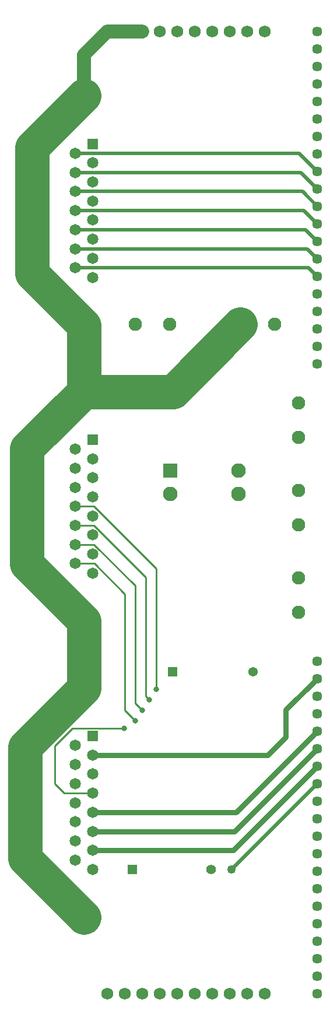
<source format=gbr>
%TF.GenerationSoftware,KiCad,Pcbnew,8.0.8*%
%TF.CreationDate,2025-02-03T20:53:04-05:00*%
%TF.ProjectId,IO Module V2.0,494f204d-6f64-4756-9c65-2056322e302e,rev?*%
%TF.SameCoordinates,Original*%
%TF.FileFunction,Copper,L2,Bot*%
%TF.FilePolarity,Positive*%
%FSLAX46Y46*%
G04 Gerber Fmt 4.6, Leading zero omitted, Abs format (unit mm)*
G04 Created by KiCad (PCBNEW 8.0.8) date 2025-02-03 20:53:04*
%MOMM*%
%LPD*%
G01*
G04 APERTURE LIST*
%TA.AperFunction,ComponentPad*%
%ADD10R,2.108200X2.108200*%
%TD*%
%TA.AperFunction,ComponentPad*%
%ADD11C,2.108200*%
%TD*%
%TA.AperFunction,ComponentPad*%
%ADD12C,1.950000*%
%TD*%
%TA.AperFunction,ComponentPad*%
%ADD13R,1.650000X1.650000*%
%TD*%
%TA.AperFunction,ComponentPad*%
%ADD14C,1.650000*%
%TD*%
%TA.AperFunction,ComponentPad*%
%ADD15C,4.216000*%
%TD*%
%TA.AperFunction,ComponentPad*%
%ADD16R,1.397000X1.397000*%
%TD*%
%TA.AperFunction,ComponentPad*%
%ADD17C,1.397000*%
%TD*%
%TA.AperFunction,ComponentPad*%
%ADD18C,1.750000*%
%TD*%
%TA.AperFunction,ComponentPad*%
%ADD19C,1.447800*%
%TD*%
%TA.AperFunction,ComponentPad*%
%ADD20R,1.371600X1.371600*%
%TD*%
%TA.AperFunction,ComponentPad*%
%ADD21C,1.371600*%
%TD*%
%TA.AperFunction,ViaPad*%
%ADD22C,0.800000*%
%TD*%
%TA.AperFunction,ViaPad*%
%ADD23C,1.250000*%
%TD*%
%TA.AperFunction,Conductor*%
%ADD24C,0.500000*%
%TD*%
%TA.AperFunction,Conductor*%
%ADD25C,0.250000*%
%TD*%
%TA.AperFunction,Conductor*%
%ADD26C,0.750000*%
%TD*%
%TA.AperFunction,Conductor*%
%ADD27C,5.000000*%
%TD*%
%TA.AperFunction,Conductor*%
%ADD28C,2.000000*%
%TD*%
G04 APERTURE END LIST*
D10*
%TO.P,F1,1,1*%
%TO.N,Net-(F1-Pad1)*%
X108200000Y-84100000D03*
D11*
%TO.P,F1,2,2*%
X108200000Y-87503600D03*
%TO.P,F1,3,3*%
%TO.N,Net-(F1-Pad3)*%
X118106000Y-87503600D03*
%TO.P,F1,4,4*%
X118106000Y-84100000D03*
%TD*%
D12*
%TO.P,J8,1*%
%TO.N,Net-(J1-Pad1)*%
X118400000Y-62850000D03*
%TO.P,J8,2*%
X123400000Y-62850000D03*
%TD*%
%TO.P,J10,1*%
%TO.N,Net-(F1-Pad3)*%
X126800000Y-86940000D03*
%TO.P,J10,2*%
X126800000Y-91940000D03*
%TD*%
D13*
%TO.P,J4,01,01*%
%TO.N,Net-(J4-Pad01)*%
X96930000Y-122615000D03*
D14*
%TO.P,J4,02,02*%
%TO.N,unconnected-(J4-Pad02)*%
X96930000Y-125385000D03*
%TO.P,J4,03,03*%
%TO.N,unconnected-(J4-Pad03)*%
X96930000Y-128155000D03*
%TO.P,J4,04,04*%
%TO.N,Net-(J4-Pad04)*%
X96930000Y-130925000D03*
%TO.P,J4,05,05*%
%TO.N,Net-(J4-Pad05)*%
X96930000Y-133695000D03*
%TO.P,J4,06,06*%
%TO.N,Net-(J4-Pad06)*%
X96930000Y-136465000D03*
%TO.P,J4,07,07*%
%TO.N,Net-(J4-Pad07)*%
X96930000Y-139235000D03*
%TO.P,J4,08,08*%
%TO.N,Net-(J4-Pad08)*%
X96930000Y-142005000D03*
%TO.P,J4,09,09*%
%TO.N,Net-(J4-Pad09)*%
X94390000Y-124000000D03*
%TO.P,J4,10,10*%
%TO.N,Net-(J4-Pad10)*%
X94390000Y-126770000D03*
%TO.P,J4,11,11*%
%TO.N,Net-(J4-Pad11)*%
X94390000Y-129540000D03*
%TO.P,J4,12,12*%
%TO.N,Net-(J4-Pad12)*%
X94390000Y-132310000D03*
%TO.P,J4,13,13*%
%TO.N,Net-(J4-Pad13)*%
X94390000Y-135080000D03*
%TO.P,J4,14,14*%
%TO.N,Net-(J4-Pad14)*%
X94390000Y-137850000D03*
%TO.P,J4,15,15*%
%TO.N,Net-(J4-Pad15)*%
X94390000Y-140620000D03*
D15*
%TO.P,J4,S1,SHIELD*%
%TO.N,Net-(J1-Pad1)*%
X95660000Y-115650000D03*
%TO.P,J4,S2,SHIELD*%
X95660000Y-148970000D03*
%TD*%
D16*
%TO.P,R23,1*%
%TO.N,Net-(J4-Pad08)*%
X102700000Y-142000000D03*
D17*
%TO.P,R23,2*%
%TO.N,Net-(J6-Pad8)*%
X114130000Y-142000000D03*
%TD*%
D18*
%TO.P,REF\u002A\u002A,1*%
%TO.N,N/C*%
X99060000Y-160020000D03*
%TO.P,REF\u002A\u002A,2*%
X101600000Y-160020000D03*
%TO.P,REF\u002A\u002A,3*%
X104140000Y-160020000D03*
%TO.P,REF\u002A\u002A,4*%
X106680000Y-160020000D03*
%TO.P,REF\u002A\u002A,5*%
X109220000Y-160020000D03*
%TO.P,REF\u002A\u002A,6*%
X111760000Y-160020000D03*
%TO.P,REF\u002A\u002A,7*%
X114300000Y-160020000D03*
%TO.P,REF\u002A\u002A,8*%
X116840000Y-160020000D03*
%TO.P,REF\u002A\u002A,9*%
X119380000Y-160020000D03*
%TO.P,REF\u002A\u002A,10*%
X121920000Y-160020000D03*
%TD*%
D12*
%TO.P,J11,1*%
%TO.N,Net-(F1-Pad1)*%
X126800000Y-99700000D03*
%TO.P,J11,2*%
X126800000Y-104700000D03*
%TD*%
D19*
%TO.P,J5,1,1*%
%TO.N,Net-(J2-Pad01)*%
X129540000Y-20340500D03*
%TO.P,J5,2,2*%
%TO.N,Net-(J2-Pad02)*%
X129540000Y-22880500D03*
%TO.P,J5,3,3*%
%TO.N,Net-(J2-Pad03)*%
X129540000Y-25420500D03*
%TO.P,J5,4,4*%
%TO.N,Net-(J2-Pad04)*%
X129540000Y-27960500D03*
%TO.P,J5,5,5*%
%TO.N,unconnected-(J5-Pad5)*%
X129540000Y-30500500D03*
%TO.P,J5,6,6*%
%TO.N,Net-(J2-Pad06)*%
X129540000Y-33040500D03*
%TO.P,J5,7,7*%
%TO.N,Net-(J2-Pad07)*%
X129540000Y-35580500D03*
%TO.P,J5,8,8*%
%TO.N,Net-(J2-Pad08)*%
X129540000Y-38120500D03*
%TO.P,J5,9,9*%
%TO.N,Net-(J2-Pad09)*%
X129540000Y-40660500D03*
%TO.P,J5,10,10*%
%TO.N,Net-(J2-Pad10)*%
X129540000Y-43200500D03*
%TO.P,J5,11,11*%
%TO.N,Net-(J2-Pad11)*%
X129540000Y-45740500D03*
%TO.P,J5,12,12*%
%TO.N,Net-(J2-Pad12)*%
X129540000Y-48280500D03*
%TO.P,J5,13,13*%
%TO.N,Net-(J2-Pad13)*%
X129540000Y-50820500D03*
%TO.P,J5,14,14*%
%TO.N,Net-(J2-Pad14)*%
X129540000Y-53360500D03*
%TO.P,J5,15,15*%
%TO.N,Net-(J2-Pad15)*%
X129540000Y-55900500D03*
%TO.P,J5,16,16*%
%TO.N,unconnected-(J5-Pad16)*%
X129540000Y-58440500D03*
%TO.P,J5,17,17*%
%TO.N,unconnected-(J5-Pad17)*%
X129540000Y-60980500D03*
%TO.P,J5,18,18*%
%TO.N,unconnected-(J5-Pad18)*%
X129540000Y-63520500D03*
%TO.P,J5,19,19*%
%TO.N,unconnected-(J5-Pad19)*%
X129540000Y-66060500D03*
%TO.P,J5,20,20*%
%TO.N,unconnected-(J5-Pad20)*%
X129540000Y-68600500D03*
%TD*%
%TO.P,J6,1,1*%
%TO.N,unconnected-(J6-Pad1)*%
X129540000Y-111760000D03*
%TO.P,J6,2,2*%
%TO.N,unconnected-(J4-Pad02)*%
X129540000Y-114300000D03*
%TO.P,J6,3,3*%
%TO.N,unconnected-(J6-Pad3)*%
X129540000Y-116840000D03*
%TO.P,J6,4,4*%
%TO.N,Net-(J6-Pad4)*%
X129540000Y-119380000D03*
%TO.P,J6,5,5*%
%TO.N,Net-(J4-Pad05)*%
X129540000Y-121920000D03*
%TO.P,J6,6,6*%
%TO.N,Net-(J4-Pad06)*%
X129540000Y-124460000D03*
%TO.P,J6,7,7*%
%TO.N,Net-(J4-Pad07)*%
X129540000Y-127000000D03*
%TO.P,J6,8,8*%
%TO.N,Net-(J6-Pad8)*%
X129540000Y-129540000D03*
%TO.P,J6,9,9*%
%TO.N,Net-(J3-Pad12)*%
X129540000Y-132080000D03*
%TO.P,J6,10,10*%
%TO.N,Net-(J3-Pad13)*%
X129540000Y-134620000D03*
%TO.P,J6,11,11*%
%TO.N,Net-(J3-Pad14)*%
X129540000Y-137160000D03*
%TO.P,J6,12,12*%
%TO.N,Net-(J3-Pad15)*%
X129540000Y-139700000D03*
%TO.P,J6,13,13*%
%TO.N,unconnected-(J6-Pad13)*%
X129540000Y-142240000D03*
%TO.P,J6,14,14*%
%TO.N,unconnected-(J6-Pad14)*%
X129540000Y-144780000D03*
%TO.P,J6,15,15*%
%TO.N,unconnected-(J6-Pad15)*%
X129540000Y-147320000D03*
%TO.P,J6,16,16*%
%TO.N,unconnected-(J6-Pad16)*%
X129540000Y-149860000D03*
%TO.P,J6,17,17*%
%TO.N,unconnected-(J6-Pad17)*%
X129540000Y-152400000D03*
%TO.P,J6,18,18*%
%TO.N,unconnected-(J6-Pad18)*%
X129540000Y-154940000D03*
%TO.P,J6,19,19*%
%TO.N,unconnected-(J6-Pad19)*%
X129540000Y-157480000D03*
%TO.P,J6,20,20*%
%TO.N,unconnected-(J6-Pad20)*%
X129540000Y-160020000D03*
%TD*%
D13*
%TO.P,J2,01,01*%
%TO.N,Net-(J2-Pad01)*%
X96930000Y-36640750D03*
D14*
%TO.P,J2,02,02*%
%TO.N,Net-(J2-Pad02)*%
X96930000Y-39410750D03*
%TO.P,J2,03,03*%
%TO.N,Net-(J2-Pad03)*%
X96930000Y-42180750D03*
%TO.P,J2,04,04*%
%TO.N,Net-(J2-Pad04)*%
X96930000Y-44950750D03*
%TO.P,J2,05,05*%
%TO.N,unconnected-(J2-Pad05)*%
X96930000Y-47720750D03*
%TO.P,J2,06,06*%
%TO.N,Net-(J2-Pad06)*%
X96930000Y-50490750D03*
%TO.P,J2,07,07*%
%TO.N,Net-(J2-Pad07)*%
X96930000Y-53260750D03*
%TO.P,J2,08,08*%
%TO.N,Net-(J2-Pad08)*%
X96930000Y-56030750D03*
%TO.P,J2,09,09*%
%TO.N,Net-(J2-Pad09)*%
X94390000Y-38025750D03*
%TO.P,J2,10,10*%
%TO.N,Net-(J2-Pad10)*%
X94390000Y-40795750D03*
%TO.P,J2,11,11*%
%TO.N,Net-(J2-Pad11)*%
X94390000Y-43565750D03*
%TO.P,J2,12,12*%
%TO.N,Net-(J2-Pad12)*%
X94390000Y-46335750D03*
%TO.P,J2,13,13*%
%TO.N,Net-(J2-Pad13)*%
X94390000Y-49105750D03*
%TO.P,J2,14,14*%
%TO.N,Net-(J2-Pad14)*%
X94390000Y-51875750D03*
%TO.P,J2,15,15*%
%TO.N,Net-(J2-Pad15)*%
X94390000Y-54645750D03*
D15*
%TO.P,J2,S1,SHIELD*%
%TO.N,Net-(J1-Pad1)*%
X95660000Y-29675750D03*
%TO.P,J2,S2,SHIELD*%
X95660000Y-62995750D03*
%TD*%
D13*
%TO.P,J3,01,01*%
%TO.N,unconnected-(J3-Pad01)*%
X96930000Y-79580750D03*
D14*
%TO.P,J3,02,02*%
%TO.N,unconnected-(J3-Pad02)*%
X96930000Y-82350750D03*
%TO.P,J3,03,03*%
%TO.N,unconnected-(J3-Pad03)*%
X96930000Y-85120750D03*
%TO.P,J3,04,04*%
%TO.N,unconnected-(J3-Pad04)*%
X96930000Y-87890750D03*
%TO.P,J3,05,05*%
%TO.N,unconnected-(J3-Pad05)*%
X96930000Y-90660750D03*
%TO.P,J3,06,06*%
%TO.N,unconnected-(J3-Pad06)*%
X96930000Y-93430750D03*
%TO.P,J3,07,07*%
%TO.N,unconnected-(J3-Pad07)*%
X96930000Y-96200750D03*
%TO.P,J3,08,08*%
%TO.N,unconnected-(J3-Pad08)*%
X96930000Y-98970750D03*
%TO.P,J3,09,09*%
%TO.N,unconnected-(J3-Pad09)*%
X94390000Y-80965750D03*
%TO.P,J3,10,10*%
%TO.N,unconnected-(J3-Pad10)*%
X94390000Y-83735750D03*
%TO.P,J3,11,11*%
%TO.N,unconnected-(J3-Pad11)*%
X94390000Y-86505750D03*
%TO.P,J3,12,12*%
%TO.N,Net-(J3-Pad12)*%
X94390000Y-89275750D03*
%TO.P,J3,13,13*%
%TO.N,Net-(J3-Pad13)*%
X94390000Y-92045750D03*
%TO.P,J3,14,14*%
%TO.N,Net-(J3-Pad14)*%
X94390000Y-94815750D03*
%TO.P,J3,15,15*%
%TO.N,Net-(J3-Pad15)*%
X94390000Y-97585750D03*
D15*
%TO.P,J3,S1,SHIELD*%
%TO.N,Net-(J1-Pad1)*%
X95660000Y-72615750D03*
%TO.P,J3,S2,SHIELD*%
X95660000Y-105935750D03*
%TD*%
D12*
%TO.P,J7,1*%
%TO.N,Net-(F1-Pad1)*%
X103100000Y-62850000D03*
%TO.P,J7,2*%
X108100000Y-62850000D03*
%TD*%
D20*
%TO.P,R26,1*%
%TO.N,Net-(J4-Pad04)*%
X108500000Y-113300000D03*
D21*
%TO.P,R26,2*%
%TO.N,Net-(J6-Pad4)*%
X120184000Y-113300000D03*
%TD*%
D18*
%TO.P,J1,1,1*%
%TO.N,Net-(J1-Pad1)*%
X99060000Y-20320000D03*
%TO.P,J1,2,2*%
X101600000Y-20320000D03*
%TO.P,J1,3,3*%
X104140000Y-20320000D03*
%TO.P,J1,4,4*%
%TO.N,unconnected-(J1-Pad4)*%
X106680000Y-20320000D03*
%TO.P,J1,5,5*%
%TO.N,unconnected-(J1-Pad5)*%
X109220000Y-20320000D03*
%TO.P,J1,6,6*%
%TO.N,unconnected-(J1-Pad6)*%
X111760000Y-20320000D03*
%TO.P,J1,7,7*%
%TO.N,unconnected-(J1-Pad7)*%
X114300000Y-20320000D03*
%TO.P,J1,8,8*%
%TO.N,unconnected-(J1-Pad8)*%
X116840000Y-20320000D03*
%TO.P,J1,9,9*%
%TO.N,unconnected-(J1-Pad9)*%
X119380000Y-20320000D03*
%TO.P,J1,10,10*%
%TO.N,unconnected-(J1-Pad10)*%
X121920000Y-20320000D03*
%TD*%
D12*
%TO.P,J9,1*%
%TO.N,Net-(J1-Pad1)*%
X126800000Y-74280000D03*
%TO.P,J9,2*%
X126800000Y-79280000D03*
%TD*%
D22*
%TO.N,Net-(J3-Pad12)*%
X106172000Y-115824000D03*
%TO.N,Net-(J3-Pad13)*%
X105156000Y-117348000D03*
%TO.N,Net-(J3-Pad15)*%
X103124000Y-120396000D03*
%TO.N,Net-(J3-Pad14)*%
X104140000Y-118872000D03*
%TO.N,Net-(J4-Pad04)*%
X101500000Y-121490000D03*
D23*
%TO.N,Net-(J6-Pad8)*%
X117094000Y-141986000D03*
%TD*%
D24*
%TO.N,Net-(J2-Pad10)*%
X127155750Y-40795750D02*
X129540000Y-43180000D01*
X94390000Y-40795750D02*
X127155750Y-40795750D01*
%TO.N,Net-(J2-Pad11)*%
X94390000Y-43565750D02*
X127385750Y-43565750D01*
X127385750Y-43565750D02*
X129540000Y-45720000D01*
%TO.N,Net-(J2-Pad09)*%
X126925750Y-38025750D02*
X94390000Y-38025750D01*
X126925750Y-38025750D02*
X129540000Y-40640000D01*
D25*
%TO.N,Net-(J3-Pad12)*%
X106172000Y-98311759D02*
X106172000Y-115824000D01*
X97135991Y-89275750D02*
X106172000Y-98311759D01*
X94390000Y-89275750D02*
X97135991Y-89275750D01*
%TO.N,Net-(J3-Pad13)*%
X104648000Y-99557759D02*
X104648000Y-116840000D01*
X104648000Y-116840000D02*
X105156000Y-117348000D01*
X97135991Y-92045750D02*
X104648000Y-99557759D01*
X94390000Y-92045750D02*
X97135991Y-92045750D01*
%TO.N,Net-(J3-Pad15)*%
X101600000Y-102014404D02*
X101600000Y-118872000D01*
X97171346Y-97585750D02*
X101600000Y-102014404D01*
X94390000Y-97585750D02*
X97135991Y-97585750D01*
X101600000Y-118872000D02*
X103124000Y-120396000D01*
X97135991Y-97585750D02*
X97171346Y-97585750D01*
%TO.N,Net-(J3-Pad14)*%
X94390000Y-94815750D02*
X97135991Y-94815750D01*
X103124000Y-100803759D02*
X103124000Y-117856000D01*
X97135991Y-94815750D02*
X103124000Y-100803759D01*
X103124000Y-117856000D02*
X104140000Y-118872000D01*
D24*
%TO.N,Net-(J2-Pad12)*%
X94390000Y-46335750D02*
X127615750Y-46335750D01*
X127615750Y-46335750D02*
X129540000Y-48260000D01*
%TO.N,Net-(J2-Pad13)*%
X94390000Y-49105750D02*
X127845750Y-49105750D01*
X127845750Y-49105750D02*
X129540000Y-50800000D01*
%TO.N,Net-(J2-Pad15)*%
X94390000Y-54645750D02*
X128305750Y-54645750D01*
X128305750Y-54645750D02*
X129540000Y-55880000D01*
%TO.N,Net-(J2-Pad14)*%
X128075750Y-51875750D02*
X129540000Y-53340000D01*
X94390000Y-51875750D02*
X128075750Y-51875750D01*
D25*
%TO.N,Net-(J4-Pad04)*%
X91440000Y-129540000D02*
X92825000Y-130925000D01*
X101500000Y-121490000D02*
X94010000Y-121490000D01*
X94010000Y-121490000D02*
X91440000Y-124060000D01*
X92825000Y-130925000D02*
X96930000Y-130925000D01*
X91440000Y-124060000D02*
X91440000Y-129540000D01*
D26*
%TO.N,Net-(J4-Pad07)*%
X96930000Y-139235000D02*
X117305000Y-139235000D01*
X117305000Y-139235000D02*
X129540000Y-127000000D01*
%TO.N,Net-(J4-Pad05)*%
X96930000Y-133695000D02*
X117765000Y-133695000D01*
X117765000Y-133695000D02*
X129540000Y-121920000D01*
%TO.N,Net-(J4-Pad06)*%
X96930000Y-136465000D02*
X117535000Y-136465000D01*
X117535000Y-136465000D02*
X129540000Y-124460000D01*
%TO.N,unconnected-(J4-Pad02)*%
X122365000Y-125385000D02*
X125000000Y-122750000D01*
X125000000Y-122750000D02*
X125000000Y-118840000D01*
X125000000Y-118840000D02*
X129540000Y-114300000D01*
X96930000Y-125385000D02*
X122365000Y-125385000D01*
D24*
%TO.N,Net-(J6-Pad8)*%
X117094000Y-141986000D02*
X129540000Y-129540000D01*
X117080000Y-142000000D02*
X117094000Y-141986000D01*
D27*
%TO.N,Net-(J1-Pad1)*%
X87376000Y-80899750D02*
X87376000Y-97651750D01*
X95660000Y-105935750D02*
X95660000Y-115650000D01*
X88138000Y-37197750D02*
X95660000Y-29675750D01*
X108634250Y-72615750D02*
X95660000Y-72615750D01*
D28*
X95660000Y-29675750D02*
X95660000Y-23720000D01*
D27*
X88138000Y-55473750D02*
X88138000Y-37197750D01*
X95660000Y-115650000D02*
X87122000Y-124188000D01*
X95660000Y-72615750D02*
X95660000Y-62995750D01*
D28*
X101600000Y-20320000D02*
X104140000Y-20320000D01*
X95660000Y-23720000D02*
X99060000Y-20320000D01*
D27*
X87122000Y-124188000D02*
X87122000Y-140432000D01*
X95660000Y-72615750D02*
X87376000Y-80899750D01*
X87376000Y-97651750D02*
X95660000Y-105935750D01*
X95660000Y-62995750D02*
X88138000Y-55473750D01*
D28*
X99060000Y-20320000D02*
X101600000Y-20320000D01*
D27*
X87122000Y-140432000D02*
X95660000Y-148970000D01*
X118400000Y-62850000D02*
X108634250Y-72615750D01*
%TD*%
M02*

</source>
